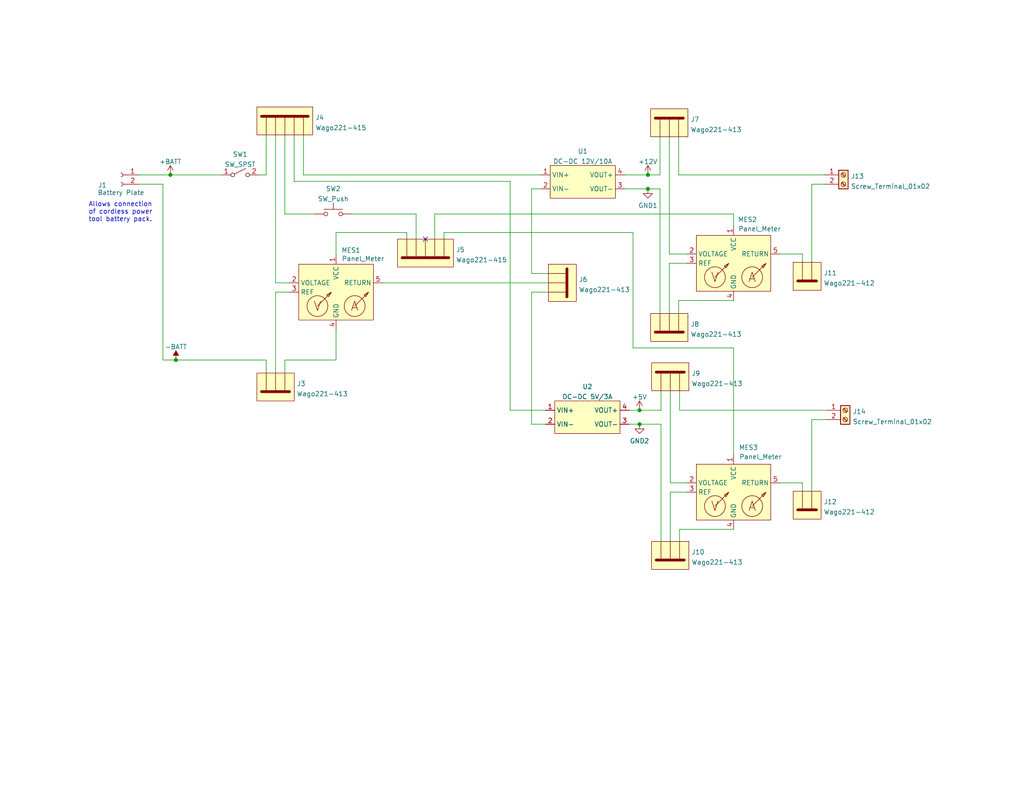
<source format=kicad_sch>
(kicad_sch (version 20211123) (generator eeschema)
  (paper "USLetter")
  (title_block (title "Portable Prop Power") (company "Hayward Haunter"))
  (lib_symbols
    (symbol "Connector:Conn_01x02_Female" (pin_names (offset 1.016) hide)
      (property "Reference" "J" (at 0 2.54 0))
      (property "Value" "Conn_01x02_Female" (at 0 -5.08 0))
      (symbol "Conn_01x02_Female_1_1"
        (arc (start 0 -2.032) (mid -0.508 -2.54) (end 0 -3.048) (stroke (width 0.1524)))
        (polyline (pts (xy -1.27 -2.54) (xy -0.508 -2.54)) (stroke (width 0.1524)))
        (polyline (pts (xy -1.27 0) (xy -0.508 0)) (stroke (width 0.1524)))
        (arc (start 0 0.508) (mid -0.508 0) (end 0 -0.508) (stroke (width 0.1524)))
        (pin passive line (at -5.08 0 0) (length 3.81) (name "Pin_1") (number "1"))
        (pin passive line (at -5.08 -2.54 0) (length 3.81) (name "Pin_2") (number "2"))
      )
    )
    (symbol "Connector:Screw_Terminal_01x02" (pin_names (offset 1.016) hide)
      (property "Reference" "J" (at 0 2.54 0))
      (property "Value" "Screw_Terminal_01x02" (at 0 -5.08 0))
      (symbol "Screw_Terminal_01x02_1_1"
        (rectangle (start -1.27 1.27) (end 1.27 -3.81) (stroke (width 0.254)) (fill (type background)))
        (circle (center 0 -2.54) (radius 0.635) (stroke (width 0.1524)))
        (polyline (pts (xy -0.5334 -2.2098) (xy 0.3302 -3.048)) (stroke (width 0.1524)))
        (polyline (pts (xy -0.5334 0.3302) (xy 0.3302 -0.508)) (stroke (width 0.1524)))
        (polyline (pts (xy -0.3556 -2.032) (xy 0.508 -2.8702)) (stroke (width 0.1524)))
        (polyline (pts (xy -0.3556 0.508) (xy 0.508 -0.3302)) (stroke (width 0.1524)))
        (circle (center 0 0) (radius 0.635) (stroke (width 0.1524)))
        (pin passive line (at -5.08 0 0) (length 3.81) (name "Pin_1") (number "1"))
        (pin passive line (at -5.08 -2.54 0) (length 3.81) (name "Pin_2") (number "2"))
      )
    )
    (symbol "Switch:SW_Push" (pin_numbers hide) (pin_names (offset 1.016) hide)
      (property "Reference" "SW" (at 1.27 2.54 0))
      (property "Value" "SW_Push" (at 0 -1.524 0))
      (symbol "SW_Push_0_1"
        (circle (center -2.032 0) (radius 0.508))
        (polyline (pts (xy 0 1.27) (xy 0 3.048)))
        (polyline (pts (xy 2.54 1.27) (xy -2.54 1.27)))
        (circle (center 2.032 0) (radius 0.508))
        (pin passive line (at -5.08 0 0) (length 2.54) (name "1") (number "1"))
        (pin passive line (at 5.08 0 180) (length 2.54) (name "2") (number "2"))
      )
    )
    (symbol "Switch:SW_SPST" (pin_names (offset 0) hide)
      (property "Reference" "SW" (at 0 3.175 0))
      (property "Value" "SW_SPST" (at 0 -2.54 0))
      (symbol "SW_SPST_0_0"
        (circle (center -2.032 0) (radius 0.508))
        (polyline (pts (xy -1.524 0.254) (xy 1.524 1.778)))
        (circle (center 2.032 0) (radius 0.508))
      )
      (symbol "SW_SPST_1_1"
        (pin passive line (at -5.08 0 0) (length 2.54) (name "A") (number "1"))
        (pin passive line (at 5.08 0 180) (length 2.54) (name "B") (number "2"))
      )
    )
    (symbol "aid_Mechanical:Wago221-412" (pin_numbers hide) (pin_names hide) (on_board no)
      (property "Reference" "J" (at 0 2.54 0))
      (property "Value" "Wago221-412" (at 0 5.08 0))
      (symbol "Wago221-412_0_1"
        (rectangle (start -3.81 0) (end 3.81 -7.62) (stroke (width 0.1524)) (fill (type background)))
        (polyline (pts (xy -2.54 -5.08) (xy 2.54 -5.08)) (stroke (width 0.762)))
        (polyline (pts (xy -1.27 -2.54) (xy -1.27 -5.08)) (stroke (width 0.1524)))
        (polyline (pts (xy 1.27 -2.54) (xy 1.27 -5.08)) (stroke (width 0.1524)))
      )
      (symbol "Wago221-412_1_1"
        (pin passive line (at -1.27 0 270) (length 2.54) (name "~") (number "1"))
        (pin passive line (at 1.27 0 270) (length 2.54) (name "~") (number "2"))
      )
    )
    (symbol "aid_Mechanical:Wago221-413" (pin_numbers hide) (pin_names hide) (on_board no)
      (property "Reference" "J" (at 0 2.54 0))
      (property "Value" "Wago221-413" (at 0 5.08 0))
      (symbol "Wago221-413_0_1"
        (rectangle (start -5.08 0) (end 5.08 -7.62) (stroke (width 0.1524)) (fill (type background)))
        (polyline (pts (xy -3.81 -5.08) (xy 3.81 -5.08)) (stroke (width 0.762)))
        (polyline (pts (xy -2.54 -2.54) (xy -2.54 -5.08)) (stroke (width 0.1524)))
        (polyline (pts (xy 0 -2.54) (xy 0 -5.08)) (stroke (width 0.1524)))
        (polyline (pts (xy 2.54 -2.54) (xy 2.54 -5.08)) (stroke (width 0.1524)))
      )
      (symbol "Wago221-413_1_1"
        (pin passive line (at -2.54 0 270) (length 2.54) (name "~") (number "1"))
        (pin passive line (at 0 0 270) (length 2.54) (name "~") (number "2"))
        (pin passive line (at 2.54 0 270) (length 2.54) (name "~") (number "3"))
      )
    )
    (symbol "aid_Mechanical:Wago221-415" (pin_numbers hide) (pin_names hide) (on_board no)
      (property "Reference" "J" (at 0 2.54 0))
      (property "Value" "Wago221-415" (at 0 5.08 0))
      (symbol "Wago221-415_0_1"
        (rectangle (start -7.62 0) (end 7.62 -7.62) (stroke (width 0.1524)) (fill (type background)))
        (polyline (pts (xy -6.35 -5.08) (xy 6.35 -5.08)) (stroke (width 0.762)))
        (polyline (pts (xy -5.08 -2.54) (xy -5.08 -5.08)) (stroke (width 0.1524)))
        (polyline (pts (xy -2.54 -2.54) (xy -2.54 -5.08)) (stroke (width 0.1524)))
        (polyline (pts (xy 0 -2.54) (xy 0 -5.08)) (stroke (width 0.1524)))
        (polyline (pts (xy 2.54 -2.54) (xy 2.54 -5.08)) (stroke (width 0.1524)))
        (polyline (pts (xy 5.08 -2.54) (xy 5.08 -5.08)) (stroke (width 0.1524)))
      )
      (symbol "Wago221-415_1_1"
        (pin passive line (at -5.08 0 270) (length 2.54) (name "~") (number "1"))
        (pin passive line (at -2.54 0 270) (length 2.54) (name "~") (number "2"))
        (pin passive line (at 0 0 270) (length 2.54) (name "~") (number "3"))
        (pin passive line (at 2.54 0 270) (length 2.54) (name "~") (number "4"))
        (pin passive line (at 5.08 0 270) (length 2.54) (name "~") (number "5"))
      )
    )
    (symbol "aid_Modules:DC-DC_Converter"
      (property "Reference" "U" (at 0 3.81 0))
      (property "Value" "DC-DC_Converter" (at 0 6.35 0))
      (symbol "DC-DC_Converter_0_1"
        (rectangle (start -8.89 2.54) (end 8.89 -6.35) (stroke (width 0.1524)) (fill (type background)))
      )
      (symbol "DC-DC_Converter_1_1"
        (pin power_in line (at -11.43 0 0) (length 2.54) (name "VIN+") (number "1"))
        (pin power_in line (at -11.43 -3.81 0) (length 2.54) (name "VIN-") (number "2"))
        (pin power_in line (at 11.43 -3.81 180) (length 2.54) (name "VOUT-") (number "3"))
        (pin power_in line (at 11.43 0 180) (length 2.54) (name "VOUT+") (number "4"))
      )
    )
    (symbol "aid_Modules:Panel_Meter"
      (property "Reference" "MES?" (at 0 10.16 0))
      (property "Value" "Panel_Meter" (at 0 12.7 0))
      (symbol "Panel_Meter_0_0"
        (polyline (pts (xy -5.08 -6.35) (xy -1.27 -2.54) (xy -2.032 -3.81) (xy -2.54 -3.302) (xy -1.27 -2.54)) (stroke (width 0.1524)))
        (polyline (pts (xy 5.08 -6.35) (xy 8.89 -2.54) (xy 8.128 -3.81) (xy 7.62 -3.302) (xy 8.89 -2.54)) (stroke (width 0.1524)))
        (text "A" (at 5.08 -6.35 0) (effects (font (size 2.54 2.54))))
        (text "V" (at -5.08 -6.35 0) (effects (font (size 2.54 2.54))))
      )
      (symbol "Panel_Meter_0_1"
        (rectangle (start -10.16 5.08) (end 10.16 -10.16) (stroke (width 0.1524)) (fill (type background)))
        (circle (center -5.08 -6.35) (radius 2.8398) (stroke (width 0.1524)))
        (circle (center 5.08 -6.35) (radius 2.8398) (stroke (width 0.1524)))
      )
      (symbol "Panel_Meter_1_1"
        (pin input line (at 0 7.62 270) (length 2.54) (name "VCC") (number "1"))
        (pin input line (at -12.7 0 0) (length 2.54) (name "VOLTAGE") (number "2"))
        (pin input line (at -12.7 -2.54 0) (length 2.54) (name "REF") (number "3"))
        (pin input line (at 0 -12.7 90) (length 2.54) (name "GND") (number "4"))
        (pin input line (at 12.7 0 180) (length 2.54) (name "RETURN") (number "5"))
      )
    )
    (symbol "power:+12V" (power) (pin_names (offset 0))
      (property "Value" "+12V" (at 0 3.556 0))
      (symbol "+12V_0_1"
        (polyline (pts (xy -0.762 1.27) (xy 0 2.54)))
        (polyline (pts (xy 0 0) (xy 0 2.54)))
        (polyline (pts (xy 0 2.54) (xy 0.762 1.27)))
      )
      (symbol "+12V_1_1"
        (pin power_in line (at 0 0 90) (length 0) hide (name "+12V") (number "1"))
      )
    )
    (symbol "power:+5V" (power) (pin_names (offset 0))
      (property "Value" "+5V" (at 0 3.556 0))
      (symbol "+5V_0_1"
        (polyline (pts (xy -0.762 1.27) (xy 0 2.54)))
        (polyline (pts (xy 0 0) (xy 0 2.54)))
        (polyline (pts (xy 0 2.54) (xy 0.762 1.27)))
      )
      (symbol "+5V_1_1"
        (pin power_in line (at 0 0 90) (length 0) hide (name "+5V") (number "1"))
      )
    )
    (symbol "power:+BATT" (power) (pin_names (offset 0))
      (property "Value" "+BATT" (at 0 3.556 0))
      (symbol "+BATT_0_1"
        (polyline (pts (xy -0.762 1.27) (xy 0 2.54)))
        (polyline (pts (xy 0 0) (xy 0 2.54)))
        (polyline (pts (xy 0 2.54) (xy 0.762 1.27)))
      )
      (symbol "+BATT_1_1"
        (pin power_in line (at 0 0 90) (length 0) hide (name "+BATT") (number "1"))
      )
    )
    (symbol "power:-BATT" (power) (pin_names (offset 0))
      (property "Value" "-BATT" (at 0 3.556 0))
      (symbol "-BATT_0_1"
        (polyline (pts (xy 0 0) (xy 0 2.54)))
        (polyline (pts (xy 0.762 1.27) (xy -0.762 1.27) (xy 0 2.54) (xy 0.762 1.27)) (fill (type outline)))
      )
      (symbol "-BATT_1_1"
        (pin power_in line (at 0 0 90) (length 0) hide (name "-BATT") (number "1"))
      )
    )
    (symbol "power:GND1" (power) (pin_names (offset 0))
      (property "Value" "GND1" (at 0 -3.81 0))
      (symbol "GND1_0_1"
        (polyline (pts (xy 0 0) (xy 0 -1.27) (xy 1.27 -1.27) (xy 0 -2.54) (xy -1.27 -1.27) (xy 0 -1.27)))
      )
      (symbol "GND1_1_1"
        (pin power_in line (at 0 0 270) (length 0) hide (name "GND1") (number "1"))
      )
    )
    (symbol "power:GND2" (power) (pin_names (offset 0))
      (property "Value" "GND2" (at 0 -3.81 0))
      (symbol "GND2_0_1"
        (polyline (pts (xy 0 0) (xy 0 -1.27) (xy 1.27 -1.27) (xy 0 -2.54) (xy -1.27 -1.27) (xy 0 -1.27)))
      )
      (symbol "GND2_1_1"
        (pin power_in line (at 0 0 270) (length 0) hide (name "GND2") (number "1"))
      )
    )
  )
  (junction (at 176.784 51.562))
  (junction (at 176.784 47.752))
  (junction (at 48.006 98.298))
  (junction (at 46.482 47.752))
  (junction (at 174.498 112.014))
  (junction (at 174.498 115.824))
  (no_connect (at 116.078 65.278))
  (wire (pts (xy 82.804 47.752) (xy 147.574 47.752)))
  (wire (pts (xy 72.644 101.854) (xy 72.644 98.298)))
  (wire (pts (xy 185.166 82.042) (xy 185.166 85.598)))
  (wire (pts (xy 187.452 134.366) (xy 182.88 134.366)))
  (wire (pts (xy 187.452 131.826) (xy 182.88 131.826)))
  (wire (pts (xy 91.694 89.916) (xy 91.694 98.298)))
  (wire (pts (xy 182.88 106.68) (xy 182.88 131.826)))
  (wire (pts (xy 171.704 112.014) (xy 174.498 112.014)))
  (wire (pts (xy 77.724 58.42) (xy 85.852 58.42)))
  (wire (pts (xy 200.152 94.996) (xy 172.72 94.996)))
  (wire (pts (xy 44.45 50.292) (xy 44.45 98.298)))
  (wire (pts (xy 221.488 114.554) (xy 225.552 114.554)))
  (wire (pts (xy 44.45 98.298) (xy 48.006 98.298)))
  (wire (pts (xy 149.606 74.676) (xy 145.034 74.676)))
  (wire (pts (xy 225.552 112.014) (xy 185.42 112.014)))
  (wire (pts (xy 200.152 82.042) (xy 185.166 82.042)))
  (wire (pts (xy 171.704 115.824) (xy 174.498 115.824)))
  (wire (pts (xy 185.42 112.014) (xy 185.42 106.68)))
  (wire (pts (xy 180.34 115.824) (xy 180.34 147.828)))
  (wire (pts (xy 145.034 51.562) (xy 147.574 51.562)))
  (wire (pts (xy 121.158 65.278) (xy 121.158 63.5)))
  (wire (pts (xy 170.434 51.562) (xy 176.784 51.562)))
  (wire (pts (xy 185.42 147.828) (xy 185.42 144.526)))
  (wire (pts (xy 118.618 65.278) (xy 118.618 58.42)))
  (wire (pts (xy 38.1 50.292) (xy 44.45 50.292)))
  (wire (pts (xy 180.086 51.562) (xy 180.086 85.598)))
  (wire (pts (xy 221.488 134.112) (xy 221.488 114.554)))
  (wire (pts (xy 121.158 63.5) (xy 172.72 63.5)))
  (wire (pts (xy 180.34 112.014) (xy 174.498 112.014)))
  (wire (pts (xy 110.998 63.5) (xy 91.694 63.5)))
  (wire (pts (xy 170.434 47.752) (xy 176.784 47.752)))
  (wire (pts (xy 174.498 115.824) (xy 180.34 115.824)))
  (wire (pts (xy 218.948 71.628) (xy 218.948 69.342)))
  (wire (pts (xy 185.166 37.338) (xy 185.166 47.752)))
  (wire (pts (xy 80.264 49.53) (xy 139.192 49.53)))
  (wire (pts (xy 77.724 36.83) (xy 77.724 58.42)))
  (wire (pts (xy 78.994 77.216) (xy 75.184 77.216)))
  (wire (pts (xy 104.394 77.216) (xy 149.606 77.216)))
  (wire (pts (xy 75.184 36.83) (xy 75.184 77.216)))
  (wire (pts (xy 182.626 37.338) (xy 182.626 69.342)))
  (wire (pts (xy 180.34 106.68) (xy 180.34 112.014)))
  (wire (pts (xy 78.994 79.756) (xy 75.184 79.756)))
  (wire (pts (xy 180.086 47.752) (xy 176.784 47.752)))
  (wire (pts (xy 185.42 144.526) (xy 200.152 144.526)))
  (wire (pts (xy 180.086 37.338) (xy 180.086 47.752)))
  (wire (pts (xy 91.694 63.5) (xy 91.694 69.596)))
  (wire (pts (xy 221.488 50.292) (xy 221.488 71.628)))
  (wire (pts (xy 218.948 134.112) (xy 218.948 131.826)))
  (wire (pts (xy 148.844 115.824) (xy 145.034 115.824)))
  (wire (pts (xy 172.72 63.5) (xy 172.72 94.996)))
  (wire (pts (xy 72.644 36.83) (xy 72.644 47.752)))
  (wire (pts (xy 80.264 36.83) (xy 80.264 49.53)))
  (wire (pts (xy 139.192 112.014) (xy 148.844 112.014)))
  (wire (pts (xy 145.034 74.676) (xy 145.034 51.562)))
  (wire (pts (xy 200.152 61.722) (xy 200.152 58.42)))
  (wire (pts (xy 75.184 79.756) (xy 75.184 101.854)))
  (wire (pts (xy 187.452 71.882) (xy 182.626 71.882)))
  (wire (pts (xy 200.152 124.206) (xy 200.152 94.996)))
  (wire (pts (xy 187.452 69.342) (xy 182.626 69.342)))
  (wire (pts (xy 149.606 79.756) (xy 145.034 79.756)))
  (wire (pts (xy 77.724 98.298) (xy 91.694 98.298)))
  (wire (pts (xy 72.644 47.752) (xy 70.612 47.752)))
  (wire (pts (xy 113.538 65.278) (xy 113.538 58.42)))
  (wire (pts (xy 225.044 50.292) (xy 221.488 50.292)))
  (wire (pts (xy 218.948 69.342) (xy 212.852 69.342)))
  (wire (pts (xy 110.998 65.278) (xy 110.998 63.5)))
  (wire (pts (xy 48.006 98.298) (xy 72.644 98.298)))
  (wire (pts (xy 77.724 101.854) (xy 77.724 98.298)))
  (wire (pts (xy 182.88 134.366) (xy 182.88 147.828)))
  (wire (pts (xy 113.538 58.42) (xy 96.012 58.42)))
  (wire (pts (xy 145.034 79.756) (xy 145.034 115.824)))
  (wire (pts (xy 176.784 51.562) (xy 180.086 51.562)))
  (wire (pts (xy 185.166 47.752) (xy 225.044 47.752)))
  (wire (pts (xy 182.626 71.882) (xy 182.626 85.598)))
  (wire (pts (xy 139.192 49.53) (xy 139.192 112.014)))
  (wire (pts (xy 82.804 47.752) (xy 82.804 36.83)))
  (wire (pts (xy 38.1 47.752) (xy 46.482 47.752)))
  (wire (pts (xy 118.618 58.42) (xy 200.152 58.42)))
  (wire (pts (xy 46.482 47.752) (xy 60.452 47.752)))
  (wire (pts (xy 218.948 131.826) (xy 212.852 131.826)))
  (text "Allows connection\nof cordless power\ntool battery pack." (at 24.13 60.706 0) (effects (font (size 1.27 1.27)) (justify left bottom)))
  (symbol (lib_id "aid_Modules:DC-DC_Converter") (at 159.004 47.752 0) (unit 1)
    (property "Reference" "U1" (at 159.004 41.2963 0))
    (property "Value" "DC-DC 12V/10A" (at 159.004 44.0714 0))
  )
  (symbol (lib_id "aid_Modules:Panel_Meter") (at 200.152 131.826 0) (unit 1)
    (property "Reference" "MES3" (at 204.216 122.174 0))
    (property "Value" "Panel_Meter" (at 207.518 124.714 0))
  )
  (symbol (lib_id "aid_Mechanical:Wago221-413") (at 75.184 101.854 0) (unit 1) (on_board no)
    (property "Reference" "J3" (at 80.9752 104.7555 0) (effects (justify left)))
    (property "Value" "Wago221-413" (at 80.9752 107.5306 0) (effects (justify left)))
  )
  (symbol (lib_id "aid_Mechanical:Wago221-413") (at 182.626 85.598 0) (unit 1) (on_board no)
    (property "Reference" "J8" (at 188.4172 88.4995 0) (effects (justify left)))
    (property "Value" "Wago221-413" (at 188.4172 91.2746 0) (effects (justify left)))
  )
  (symbol (lib_id "power:+5V") (at 174.498 112.014 0) (unit 1)
    (property "Reference" "#PWR03" (effects hide))
    (property "Value" "+5V" (at 174.498 108.4095 0))
  )
  (symbol (lib_id "aid_Mechanical:Wago221-412") (at 220.218 134.112 0) (unit 1) (on_board no)
    (property "Reference" "J12" (at 224.7392 137.0135 0) (effects (justify left)))
    (property "Value" "Wago221-412" (at 224.7392 139.7886 0) (effects (justify left)))
  )
  (symbol (lib_id "aid_Mechanical:Wago221-415") (at 116.078 65.278 0) (unit 1) (on_board no)
    (property "Reference" "J5" (at 124.4092 68.1795 0) (effects (justify left)))
    (property "Value" "Wago221-415" (at 124.4092 70.9546 0) (effects (justify left)))
  )
  (symbol (lib_id "aid_Mechanical:Wago221-412") (at 220.218 71.628 0) (unit 1) (on_board no)
    (property "Reference" "J11" (at 224.7392 74.5295 0) (effects (justify left)))
    (property "Value" "Wago221-412" (at 224.7392 77.3046 0) (effects (justify left)))
  )
  (symbol (lib_id "aid_Mechanical:Wago221-415") (at 77.724 36.83 180) (unit 1) (on_board no)
    (property "Reference" "J4" (at 86.0552 32.1115 0) (effects (justify right)))
    (property "Value" "Wago221-415" (at 86.0552 34.8866 0) (effects (justify right)))
  )
  (symbol (lib_id "power:GND2") (at 174.498 115.824 0) (unit 1)
    (property "Reference" "#PWR04" (effects hide))
    (property "Value" "GND2" (at 174.498 120.3865 0))
  )
  (symbol (lib_id "aid_Mechanical:Wago221-413") (at 182.88 147.828 0) (unit 1) (on_board no)
    (property "Reference" "J10" (at 188.6712 150.7295 0) (effects (justify left)))
    (property "Value" "Wago221-413" (at 188.6712 153.5046 0) (effects (justify left)))
  )
  (symbol (lib_id "aid_Modules:Panel_Meter") (at 200.152 69.342 0) (unit 1)
    (property "Reference" "MES2" (at 203.962 59.944 0))
    (property "Value" "Panel_Meter" (at 207.264 62.484 0))
  )
  (symbol (lib_id "Connector:Screw_Terminal_01x02") (at 230.632 112.014 0) (unit 1)
    (property "Reference" "J14" (at 232.664 112.3755 0) (effects (justify left)))
    (property "Value" "Screw_Terminal_01x02" (at 232.664 115.1506 0) (effects (justify left)))
  )
  (symbol (lib_id "aid_Modules:DC-DC_Converter") (at 160.274 112.014 0) (unit 1)
    (property "Reference" "U2" (at 160.274 105.5583 0))
    (property "Value" "DC-DC 5V/3A" (at 160.274 108.3334 0))
  )
  (symbol (lib_id "aid_Mechanical:Wago221-413") (at 149.606 77.216 90) (unit 1) (on_board no)
    (property "Reference" "J6" (at 157.9372 76.3075 90) (effects (justify right)))
    (property "Value" "Wago221-413" (at 157.9372 79.0826 90) (effects (justify right)))
  )
  (symbol (lib_id "power:-BATT") (at 48.006 98.298 0) (unit 1)
    (property "Reference" "#PWR02" (effects hide))
    (property "Value" "-BATT" (at 48.006 94.6935 0))
  )
  (symbol (lib_id "Switch:SW_Push") (at 90.932 58.42 0) (unit 1)
    (property "Reference" "SW2" (at 90.932 51.5325 0))
    (property "Value" "SW_Push" (at 90.932 54.3076 0))
  )
  (symbol (lib_id "power:+BATT") (at 46.482 47.752 0) (unit 1)
    (property "Reference" "#PWR01" (effects hide))
    (property "Value" "+BATT" (at 46.482 44.1475 0))
  )
  (symbol (lib_id "Switch:SW_SPST") (at 65.532 47.752 0) (unit 1)
    (property "Reference" "SW1" (at 65.532 42.1345 0))
    (property "Value" "SW_SPST" (at 65.532 44.9096 0))
  )
  (symbol (lib_id "Connector:Screw_Terminal_01x02") (at 230.124 47.752 0) (unit 1)
    (property "Reference" "J13" (at 232.156 48.1135 0) (effects (justify left)))
    (property "Value" "Screw_Terminal_01x02" (at 232.156 50.8886 0) (effects (justify left)))
  )
  (symbol (lib_id "aid_Modules:Panel_Meter") (at 91.694 77.216 0) (unit 1)
    (property "Reference" "MES1" (at 95.758 68.326 0))
    (property "Value" "Panel_Meter" (at 99.06 70.612 0))
  )
  (symbol (lib_id "power:GND1") (at 176.784 51.562 0) (unit 1)
    (property "Reference" "#PWR06" (effects hide))
    (property "Value" "GND1" (at 176.784 56.1245 0))
  )
  (symbol (lib_id "aid_Mechanical:Wago221-413") (at 182.88 106.68 180) (unit 1) (on_board no)
    (property "Reference" "J9" (at 188.6712 101.9615 0) (effects (justify right)))
    (property "Value" "Wago221-413" (at 188.6712 104.7366 0) (effects (justify right)))
  )
  (symbol (lib_id "Connector:Conn_01x02_Female") (at 33.02 47.752 0) (mirror y) (unit 1)
    (property "Reference" "J1" (at 27.94 50.546 0))
    (property "Value" "Battery Plate" (at 33.02 52.578 0))
  )
  (symbol (lib_id "aid_Mechanical:Wago221-413") (at 182.626 37.338 180) (unit 1) (on_board no)
    (property "Reference" "J7" (at 188.4172 32.6195 0) (effects (justify right)))
    (property "Value" "Wago221-413" (at 188.4172 35.3946 0) (effects (justify right)))
  )
  (symbol (lib_id "power:+12V") (at 176.784 47.752 0) (unit 1)
    (property "Reference" "#PWR05" (effects hide))
    (property "Value" "+12V" (at 176.784 44.1475 0))
  )
)
</source>
